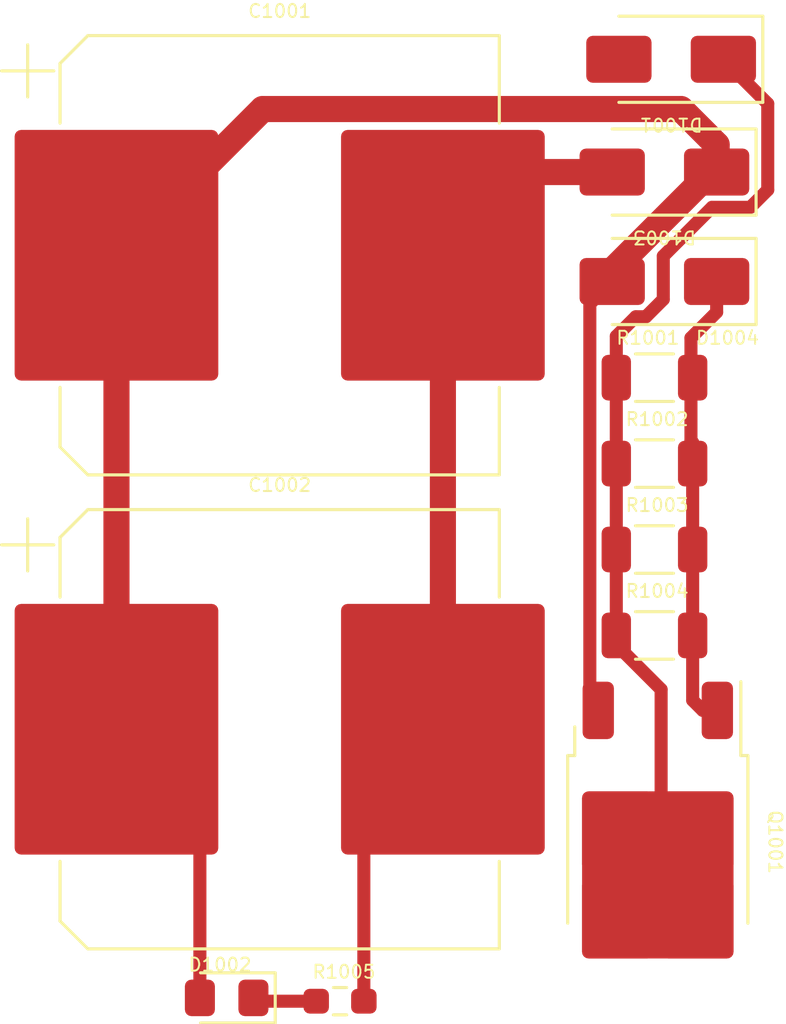
<source format=kicad_pcb>
(kicad_pcb (version 20221018) (generator pcbnew)
  (layers (0 "F.Cu" signal) (31 "B.Cu" signal) (34 "B.Paste" user) (35 "F.Paste" user) (36 "B.SilkS" user "B.Silkscreen") (37 "F.SilkS" user "F.Silkscreen") (38 "B.Mask" user) (39 "F.Mask" user) (44 "Edge.Cuts" user))
  (net 0 "")
  (net 1 "/AC2(-)")
  (net 2 "/AC1(+)")
  (net 3 "/OUT+")
  (net 4 "Net-(D1002-A)")
  (net 5 "Net-(D1001-K)")
  (net 6 "Net-(D1002-K)")
  (footprint "Diode_SMD:D_SMA" (layer "F.Cu") (at 101.7295 54.483 180)
    (fp_text reference "D1001" (at 0 -2.5 180 unlocked) (layer "F.SilkS") (effects (font (size 0.5 0.5) (thickness 0.075))))
    (fp_text value "D")
    (fp_line (start -3.51 -1.65) (end -3.51 1.65) (stroke (width 0.12)) (layer "F.SilkS"))
    (fp_line (start -3.51 -1.65) (end 2 -1.65) (stroke (width 0.12)) (layer "F.SilkS"))
    (fp_line (start -3.51 1.65) (end 2 1.65) (stroke (width 0.12)) (layer "F.SilkS"))
    (pad "1" smd roundrect (at -2 0 180) (size 2.5 1.8) (layers "F.Cu" "F.Paste" "F.Mask") (roundrect_rratio 0.1388888889) (net 5 "Net-(D1001-K)"))
    (pad "2" smd roundrect (at 2 0 180) (size 2.5 1.8) (layers "F.Cu" "F.Paste" "F.Mask") (roundrect_rratio 0.1388888889) (net 2 "/AC1(+)"))
  )
  (footprint "LED_SMD:LED_0805_2012Metric_Pad1.15x1.40mm_HandSolder" (layer "F.Cu") (at 84.709 90.424 180)
    (fp_text reference "D1002" (at 0.254 1.27 unlocked) (layer "F.SilkS") (effects (font (size 0.5 0.5) (thickness 0.075))))
    (fp_text value "LED")
    (fp_line (start -1.86 -0.96) (end -1.86 0.96) (stroke (width 0.12)) (layer "F.SilkS"))
    (fp_line (start -1.86 0.96) (end 1 0.96) (stroke (width 0.12)) (layer "F.SilkS"))
    (fp_line (start 1 -0.96) (end -1.86 -0.96) (stroke (width 0.12)) (layer "F.SilkS"))
    (pad "1" smd roundrect (at -1.025 0 180) (size 1.15 1.4) (layers "F.Cu" "F.Paste" "F.Mask") (roundrect_rratio 0.217391) (net 6 "Net-(D1002-K)"))
    (pad "2" smd roundrect (at 1.025 0 180) (size 1.15 1.4) (layers "F.Cu" "F.Paste" "F.Mask") (roundrect_rratio 0.217391) (net 4 "Net-(D1002-A)"))
  )
  (footprint "Diode_SMD:D_SMA" (layer "F.Cu") (at 101.473 62.992 180)
    (fp_text reference "D1004" (at -2.413 -2.159 unlocked) (layer "F.SilkS") (effects (font (size 0.5 0.5) (thickness 0.075))))
    (fp_text value "D")
    (fp_line (start -3.51 -1.65) (end -3.51 1.65) (stroke (width 0.12)) (layer "F.SilkS"))
    (fp_line (start -3.51 -1.65) (end 2 -1.65) (stroke (width 0.12)) (layer "F.SilkS"))
    (fp_line (start -3.51 1.65) (end 2 1.65) (stroke (width 0.12)) (layer "F.SilkS"))
    (pad "1" smd roundrect (at -2 0 180) (size 2.5 1.8) (layers "F.Cu" "F.Paste" "F.Mask") (roundrect_rratio 0.1388888889) (net 3 "/OUT+"))
    (pad "2" smd roundrect (at 2 0 180) (size 2.5 1.8) (layers "F.Cu" "F.Paste" "F.Mask") (roundrect_rratio 0.1388888889) (net 4 "Net-(D1002-A)"))
  )
  (footprint "Capacitor_SMD:CP_Elec_16x17.5" (layer "F.Cu") (at 86.7395 80.137)
    (fp_text reference "C1002" (at 0 -9.35 unlocked) (layer "F.SilkS") (effects (font (size 0.5 0.5) (thickness 0.075))))
    (fp_text value "1000uF")
    (fp_line (start -10.65 -7.06) (end -8.65 -7.06) (stroke (width 0.12)) (layer "F.SilkS"))
    (fp_line (start -9.65 -8.06) (end -9.65 -6.06) (stroke (width 0.12)) (layer "F.SilkS"))
    (fp_line (start -8.41 -7.345563) (end -8.41 -5.06) (stroke (width 0.12)) (layer "F.SilkS"))
    (fp_line (start -8.41 -7.345563) (end -7.345563 -8.41) (stroke (width 0.12)) (layer "F.SilkS"))
    (fp_line (start -8.41 7.345563) (end -8.41 5.06) (stroke (width 0.12)) (layer "F.SilkS"))
    (fp_line (start -8.41 7.345563) (end -7.345563 8.41) (stroke (width 0.12)) (layer "F.SilkS"))
    (fp_line (start -7.345563 -8.41) (end 8.41 -8.41) (stroke (width 0.12)) (layer "F.SilkS"))
    (fp_line (start -7.345563 8.41) (end 8.41 8.41) (stroke (width 0.12)) (layer "F.SilkS"))
    (fp_line (start 8.41 -8.41) (end 8.41 -5.06) (stroke (width 0.12)) (layer "F.SilkS"))
    (fp_line (start 8.41 8.41) (end 8.41 5.06) (stroke (width 0.12)) (layer "F.SilkS"))
    (pad "1" smd roundrect (at -6.25 0) (size 7.8 9.6) (layers "F.Cu" "F.Paste" "F.Mask") (roundrect_rratio 0.032051) (net 4 "Net-(D1002-A)"))
    (pad "2" smd roundrect (at 6.25 0) (size 7.8 9.6) (layers "F.Cu" "F.Paste" "F.Mask") (roundrect_rratio 0.032051) (net 1 "/AC2(-)"))
  )
  (footprint "custom_kicad_lib_sk:R_1206_smalltext" (layer "F.Cu") (at 101.092 66.675)
    (fp_text reference "R1001" (at -0.254 -1.524 unlocked) (layer "F.SilkS") (effects (font (size 0.5 0.5) (thickness 0.075))))
    (fp_text value "2k")
    (fp_line (start -0.727064 -0.91) (end 0.727064 -0.91) (stroke (width 0.12)) (layer "F.SilkS"))
    (fp_line (start -0.727064 0.91) (end 0.727064 0.91) (stroke (width 0.12)) (layer "F.SilkS"))
    (pad "1" smd roundrect (at -1.4625 0) (size 1.125 1.75) (layers "F.Cu" "F.Paste" "F.Mask") (roundrect_rratio 0.222222) (net 5 "Net-(D1001-K)"))
    (pad "2" smd roundrect (at 1.4625 0) (size 1.125 1.75) (layers "F.Cu" "F.Paste" "F.Mask") (roundrect_rratio 0.222222) (net 3 "/OUT+"))
  )
  (footprint "custom_kicad_lib_sk:R_1206_smalltext" (layer "F.Cu") (at 101.092 76.545)
    (fp_text reference "R1004" (at 0.1 -1.7 unlocked) (layer "F.SilkS") (effects (font (size 0.5 0.5) (thickness 0.075))))
    (fp_text value "2k")
    (fp_line (start -0.727064 -0.91) (end 0.727064 -0.91) (stroke (width 0.12)) (layer "F.SilkS"))
    (fp_line (start -0.727064 0.91) (end 0.727064 0.91) (stroke (width 0.12)) (layer "F.SilkS"))
    (pad "1" smd roundrect (at -1.4625 0) (size 1.125 1.75) (layers "F.Cu" "F.Paste" "F.Mask") (roundrect_rratio 0.222222) (net 5 "Net-(D1001-K)"))
    (pad "2" smd roundrect (at 1.4625 0) (size 1.125 1.75) (layers "F.Cu" "F.Paste" "F.Mask") (roundrect_rratio 0.222222) (net 3 "/OUT+"))
  )
  (footprint "custom_kicad_lib_sk:R_1206_smalltext" (layer "F.Cu") (at 101.092 73.255)
    (fp_text reference "R1003" (at 0.1 -1.7 unlocked) (layer "F.SilkS") (effects (font (size 0.5 0.5) (thickness 0.075))))
    (fp_text value "2k")
    (fp_line (start -0.727064 -0.91) (end 0.727064 -0.91) (stroke (width 0.12)) (layer "F.SilkS"))
    (fp_line (start -0.727064 0.91) (end 0.727064 0.91) (stroke (width 0.12)) (layer "F.SilkS"))
    (pad "1" smd roundrect (at -1.4625 0) (size 1.125 1.75) (layers "F.Cu" "F.Paste" "F.Mask") (roundrect_rratio 0.222222) (net 5 "Net-(D1001-K)"))
    (pad "2" smd roundrect (at 1.4625 0) (size 1.125 1.75) (layers "F.Cu" "F.Paste" "F.Mask") (roundrect_rratio 0.222222) (net 3 "/OUT+"))
  )
  (footprint "custom_kicad_lib_sk:R_1206_smalltext" (layer "F.Cu") (at 101.092 69.965)
    (fp_text reference "R1002" (at 0.1 -1.7 unlocked) (layer "F.SilkS") (effects (font (size 0.5 0.5) (thickness 0.075))))
    (fp_text value "2k")
    (fp_line (start -0.727064 -0.91) (end 0.727064 -0.91) (stroke (width 0.12)) (layer "F.SilkS"))
    (fp_line (start -0.727064 0.91) (end 0.727064 0.91) (stroke (width 0.12)) (layer "F.SilkS"))
    (pad "1" smd roundrect (at -1.4625 0) (size 1.125 1.75) (layers "F.Cu" "F.Paste" "F.Mask") (roundrect_rratio 0.222222) (net 5 "Net-(D1001-K)"))
    (pad "2" smd roundrect (at 1.4625 0) (size 1.125 1.75) (layers "F.Cu" "F.Paste" "F.Mask") (roundrect_rratio 0.222222) (net 3 "/OUT+"))
  )
  (footprint "Capacitor_SMD:CP_Elec_16x17.5" (layer "F.Cu") (at 86.7395 61.987)
    (fp_text reference "C1001" (at 0 -9.35 unlocked) (layer "F.SilkS") (effects (font (size 0.5 0.5) (thickness 0.075))))
    (fp_text value "1000uF")
    (fp_line (start -10.65 -7.06) (end -8.65 -7.06) (stroke (width 0.12)) (layer "F.SilkS"))
    (fp_line (start -9.65 -8.06) (end -9.65 -6.06) (stroke (width 0.12)) (layer "F.SilkS"))
    (fp_line (start -8.41 -7.345563) (end -8.41 -5.06) (stroke (width 0.12)) (layer "F.SilkS"))
    (fp_line (start -8.41 -7.345563) (end -7.345563 -8.41) (stroke (width 0.12)) (layer "F.SilkS"))
    (fp_line (start -8.41 7.345563) (end -8.41 5.06) (stroke (width 0.12)) (layer "F.SilkS"))
    (fp_line (start -8.41 7.345563) (end -7.345563 8.41) (stroke (width 0.12)) (layer "F.SilkS"))
    (fp_line (start -7.345563 -8.41) (end 8.41 -8.41) (stroke (width 0.12)) (layer "F.SilkS"))
    (fp_line (start -7.345563 8.41) (end 8.41 8.41) (stroke (width 0.12)) (layer "F.SilkS"))
    (fp_line (start 8.41 -8.41) (end 8.41 -5.06) (stroke (width 0.12)) (layer "F.SilkS"))
    (fp_line (start 8.41 8.41) (end 8.41 5.06) (stroke (width 0.12)) (layer "F.SilkS"))
    (pad "1" smd roundrect (at -6.25 0) (size 7.8 9.6) (layers "F.Cu" "F.Paste" "F.Mask") (roundrect_rratio 0.032051) (net 4 "Net-(D1002-A)"))
    (pad "2" smd roundrect (at 6.25 0) (size 7.8 9.6) (layers "F.Cu" "F.Paste" "F.Mask") (roundrect_rratio 0.032051) (net 1 "/AC2(-)"))
  )
  (footprint "Package_TO_SOT_SMD:TO-252-2" (layer "F.Cu") (at 101.219 84.455 -90)
    (fp_text reference "Q1001" (at 0 -4.5 -90 unlocked) (layer "F.SilkS") (effects (font (size 0.5 0.5) (thickness 0.075))))
    (fp_text value "4A_DARLINGTON")
    (fp_line (start -3.31 -3.45) (end -3.31 -3.18) (stroke (width 0.12)) (layer "F.SilkS"))
    (fp_line (start -3.31 -3.18) (end -6.14 -3.18) (stroke (width 0.12)) (layer "F.SilkS"))
    (fp_line (start -3.31 3.18) (end -4.41 3.18) (stroke (width 0.12)) (layer "F.SilkS"))
    (fp_line (start -3.31 3.45) (end -3.31 3.18) (stroke (width 0.12)) (layer "F.SilkS"))
    (fp_line (start 3.11 -3.45) (end -3.31 -3.45) (stroke (width 0.12)) (layer "F.SilkS"))
    (fp_line (start 3.11 3.45) (end -3.31 3.45) (stroke (width 0.12)) (layer "F.SilkS"))
    (pad "1" smd roundrect (at -5.04 -2.28 270) (size 2.2 1.2) (layers "F.Cu" "F.Paste" "F.Mask") (roundrect_rratio 0.208333) (net 3 "/OUT+"))
    (pad "2" smd roundrect (at -0.415 -1.525 270) (size 3.05 2.75) (layers "F.Cu" "F.Paste") (roundrect_rratio 0.090909) (net 5 "Net-(D1001-K)"))
    (pad "2" smd roundrect (at -0.415 1.525 270) (size 3.05 2.75) (layers "F.Cu" "F.Paste") (roundrect_rratio 0.090909) (net 5 "Net-(D1001-K)"))
    (pad "2" smd roundrect (at 1.26 0 270) (size 6.4 5.8) (layers "F.Cu" "F.Mask") (roundrect_rratio 0.043103) (net 5 "Net-(D1001-K)"))
    (pad "2" smd roundrect (at 2.935 -1.525 270) (size 3.05 2.75) (layers "F.Cu" "F.Paste") (roundrect_rratio 0.090909) (net 5 "Net-(D1001-K)"))
    (pad "2" smd roundrect (at 2.935 1.525 270) (size 3.05 2.75) (layers "F.Cu" "F.Paste") (roundrect_rratio 0.090909) (net 5 "Net-(D1001-K)"))
    (pad "3" smd roundrect (at -5.04 2.28 270) (size 2.2 1.2) (layers "F.Cu" "F.Paste" "F.Mask") (roundrect_rratio 0.208333) (net 4 "Net-(D1002-A)"))
  )
  (footprint "custom_kicad_lib_sk:R_0603_smalltext" (layer "F.Cu") (at 89.0505 90.551)
    (fp_text reference "R1005" (at 0.15 -1.125 unlocked) (layer "F.SilkS") (effects (font (size 0.5 0.5) (thickness 0.075))))
    (fp_text value "1k")
    (fp_line (start -0.254724 -0.5225) (end 0.254724 -0.5225) (stroke (width 0.12)) (layer "F.SilkS"))
    (fp_line (start -0.254724 0.5225) (end 0.254724 0.5225) (stroke (width 0.12)) (layer "F.SilkS"))
    (pad "1" smd roundrect (at -0.9125 0) (size 0.975 0.95) (layers "F.Cu" "F.Paste" "F.Mask") (net 6 "Net-(D1002-K)"))
    (pad "2" smd roundrect (at 0.9125 0) (size 0.975 0.95) (layers "F.Cu" "F.Paste" "F.Mask") (net 1 "/AC2(-)"))
  )
  (footprint "Diode_SMD:D_SMA" (layer "F.Cu") (at 101.473 58.801 180)
    (fp_text reference "D1003" (at 0 -2.5 180 unlocked) (layer "F.SilkS") (effects (font (size 0.5 0.5) (thickness 0.075))))
    (fp_text value "D")
    (fp_line (start -3.51 -1.65) (end -3.51 1.65) (stroke (width 0.12)) (layer "F.SilkS"))
    (fp_line (start -3.51 -1.65) (end 2 -1.65) (stroke (width 0.12)) (layer "F.SilkS"))
    (fp_line (start -3.51 1.65) (end 2 1.65) (stroke (width 0.12)) (layer "F.SilkS"))
    (pad "1" smd roundrect (at -2 0 180) (size 2.5 1.8) (layers "F.Cu" "F.Paste" "F.Mask") (roundrect_rratio 0.1388888889) (net 4 "Net-(D1002-A)"))
    (pad "2" smd roundrect (at 2 0 180) (size 2.5 1.8) (layers "F.Cu" "F.Paste" "F.Mask") (roundrect_rratio 0.1388888889) (net 1 "/AC2(-)"))
  )
  (segment (start 96.1755 58.801) (end 92.9895 61.987) (width 1) (layer "F.Cu") (net 1))
  (segment (start 89.963 83.1635) (end 92.9895 80.137) (width 0.5) (layer "F.Cu") (net 1))
  (segment (start 89.963 90.551) (end 89.963 83.1635) (width 0.5) (layer "F.Cu") (net 1))
  (segment (start 92.9895 80.137) (end 92.9895 61.987) (width 1) (layer "F.Cu") (net 1))
  (segment (start 99.473 58.801) (end 96.1755 58.801) (width 1) (layer "F.Cu") (net 1))
  (segment (start 103.499 79.415) (end 102.9415 79.415) (width 0.5) (layer "F.Cu") (net 3))
  (segment (start 102.5545 69.158) (end 102.489 69.0925) (width 0.5) (layer "F.Cu") (net 3))
  (segment (start 102.489 65.151) (end 103.473 64.167) (width 0.5) (layer "F.Cu") (net 3))
  (segment (start 103.473 64.167) (end 103.473 62.992) (width 0.5) (layer "F.Cu") (net 3))
  (segment (start 102.5545 79.028) (end 102.5545 69.158) (width 0.5) (layer "F.Cu") (net 3))
  (segment (start 102.9415 79.415) (end 102.5545 79.028) (width 0.5) (layer "F.Cu") (net 3))
  (segment (start 102.489 69.0925) (end 102.489 65.151) (width 0.5) (layer "F.Cu") (net 3))
  (segment (start 83.684 90.424) (end 83.684 83.3315) (width 0.5) (layer "F.Cu") (net 4))
  (segment (start 103.473 58.801) (end 103.473 57.753) (width 1) (layer "F.Cu") (net 4))
  (segment (start 103.473 57.753) (end 102.108 56.388) (width 1) (layer "F.Cu") (net 4))
  (segment (start 86.0885 56.388) (end 80.4895 61.987) (width 1) (layer "F.Cu") (net 4))
  (segment (start 98.617 79.093) (end 98.617 63.848) (width 0.5) (layer "F.Cu") (net 4))
  (segment (start 98.939 79.415) (end 98.617 79.093) (width 0.5) (layer "F.Cu") (net 4))
  (segment (start 103.251 58.801) (end 99.473 62.579) (width 1) (layer "F.Cu") (net 4))
  (segment (start 83.684 83.3315) (end 80.4895 80.137) (width 0.5) (layer "F.Cu") (net 4))
  (segment (start 80.4895 80.137) (end 80.4895 61.987) (width 1) (layer "F.Cu") (net 4))
  (segment (start 98.617 63.848) (end 99.473 62.992) (width 0.5) (layer "F.Cu") (net 4))
  (segment (start 103.473 58.801) (end 103.251 58.801) (width 1) (layer "F.Cu") (net 4))
  (segment (start 102.108 56.388) (end 86.0885 56.388) (width 1) (layer "F.Cu") (net 4))
  (segment (start 99.473 62.579) (end 99.473 62.992) (width 1) (layer "F.Cu") (net 4))
  (segment (start 101.346 85.588) (end 101.346 78.613) (width 0.5) (layer "F.Cu") (net 5))
  (segment (start 101.219 85.715) (end 101.346 85.588) (width 0.5) (layer "F.Cu") (net 5))
  (segment (start 105.4295 56.183) (end 103.7295 54.483) (width 0.5) (layer "F.Cu") (net 5))
  (segment (start 100.377 64.342) (end 100.762949 64.342) (width 0.5) (layer "F.Cu") (net 5))
  (segment (start 104.762949 60.151) (end 105.4295 59.484449) (width 0.5) (layer "F.Cu") (net 5))
  (segment (start 105.4295 59.484449) (end 105.4295 56.183) (width 0.5) (layer "F.Cu") (net 5))
  (segment (start 101.346 78.613) (end 99.6295 76.8965) (width 0.5) (layer "F.Cu") (net 5))
  (segment (start 99.6295 76.8965) (end 99.6295 65.0895) (width 0.5) (layer "F.Cu") (net 5))
  (segment (start 99.6295 65.0895) (end 100.377 64.342) (width 0.5) (layer "F.Cu") (net 5))
  (segment (start 103.298 60.151) (end 104.762949 60.151) (width 0.5) (layer "F.Cu") (net 5))
  (segment (start 101.4295 62.0195) (end 103.298 60.151) (width 0.5) (layer "F.Cu") (net 5))
  (segment (start 100.762949 64.342) (end 101.4295 63.675449) (width 0.5) (layer "F.Cu") (net 5))
  (segment (start 101.4295 63.675449) (end 101.4295 62.0195) (width 0.5) (layer "F.Cu") (net 5))
  (segment (start 88.138 90.551) (end 85.861 90.551) (width 0.5) (layer "F.Cu") (net 6))
  (segment (start 85.861 90.551) (end 85.734 90.424) (width 0.5) (layer "F.Cu") (net 6))
)
</source>
